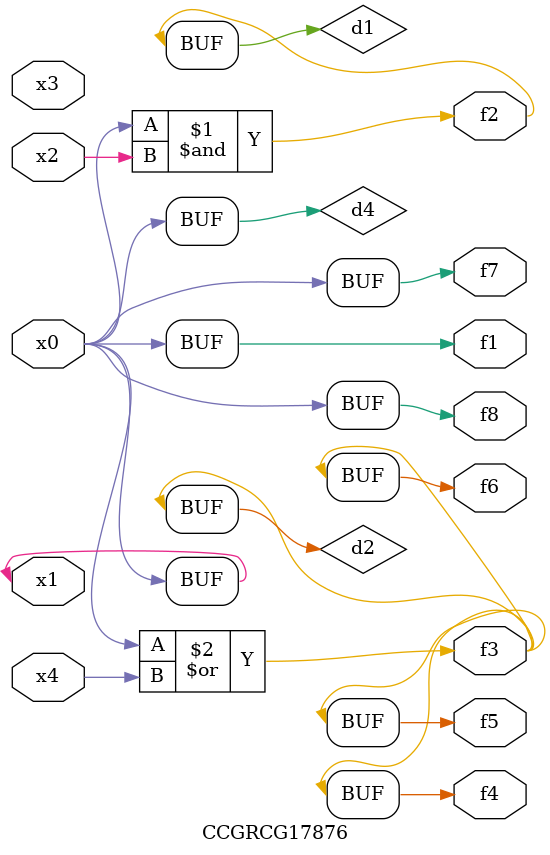
<source format=v>
module CCGRCG17876(
	input x0, x1, x2, x3, x4,
	output f1, f2, f3, f4, f5, f6, f7, f8
);

	wire d1, d2, d3, d4;

	and (d1, x0, x2);
	or (d2, x0, x4);
	nand (d3, x0, x2);
	buf (d4, x0, x1);
	assign f1 = d4;
	assign f2 = d1;
	assign f3 = d2;
	assign f4 = d2;
	assign f5 = d2;
	assign f6 = d2;
	assign f7 = d4;
	assign f8 = d4;
endmodule

</source>
